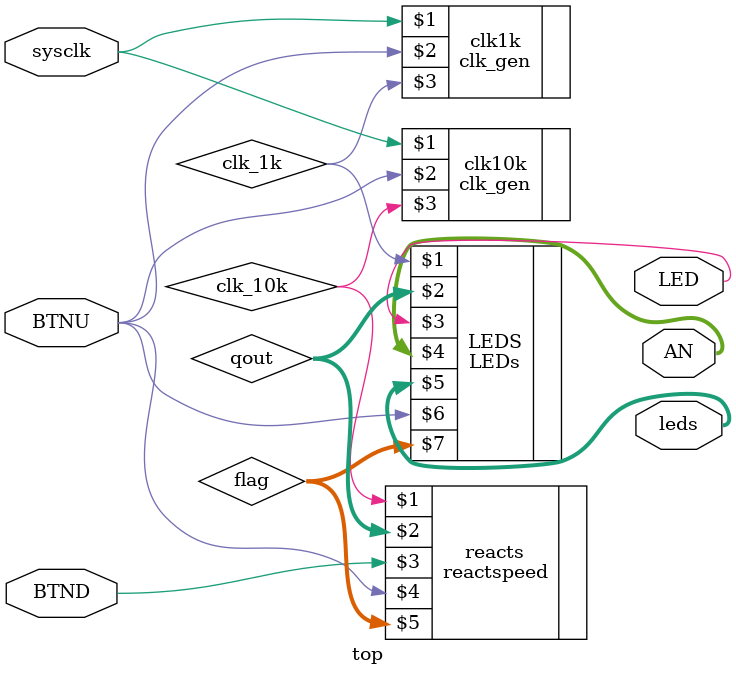
<source format=v>
module top (BTNU,BTND,sysclk,LED,AN,leds);
    input BTNU,BTND,sysclk;
    output [7:0] leds;
    output [3:0] AN;
    output  LED;
    wire [7:0] leds;
    wire [1:0] flag;
    wire clk_1k,clk_10k;
    wire [15:0]qout;
   
    clk_gen clk1k(sysclk,BTNU,clk_1k);
    clk_gen #(5000) clk10k(sysclk,BTNU,clk_10k);
    reactspeed reacts(clk_10k,qout,BTND,BTNU,flag);
    LEDs LEDS(clk_1k,qout,LED,AN,leds,BTNU,flag);
endmodule
</source>
